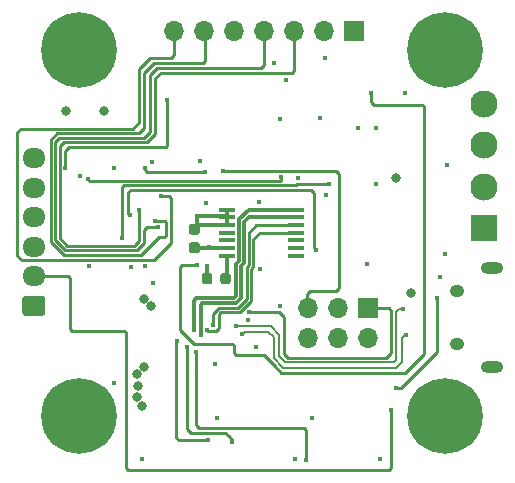
<source format=gbr>
G04 #@! TF.GenerationSoftware,KiCad,Pcbnew,(5.1.7)-1*
G04 #@! TF.CreationDate,2020-12-09T20:39:25+01:00*
G04 #@! TF.ProjectId,Stepper Servo,53746570-7065-4722-9053-6572766f2e6b,v1.0*
G04 #@! TF.SameCoordinates,Original*
G04 #@! TF.FileFunction,Copper,L4,Bot*
G04 #@! TF.FilePolarity,Positive*
%FSLAX46Y46*%
G04 Gerber Fmt 4.6, Leading zero omitted, Abs format (unit mm)*
G04 Created by KiCad (PCBNEW (5.1.7)-1) date 2020-12-09 20:39:25*
%MOMM*%
%LPD*%
G01*
G04 APERTURE LIST*
G04 #@! TA.AperFunction,ComponentPad*
%ADD10O,1.250000X1.050000*%
G04 #@! TD*
G04 #@! TA.AperFunction,ComponentPad*
%ADD11O,1.900000X1.000000*%
G04 #@! TD*
G04 #@! TA.AperFunction,ComponentPad*
%ADD12C,0.800000*%
G04 #@! TD*
G04 #@! TA.AperFunction,ComponentPad*
%ADD13C,6.400000*%
G04 #@! TD*
G04 #@! TA.AperFunction,SMDPad,CuDef*
%ADD14R,1.450000X0.450000*%
G04 #@! TD*
G04 #@! TA.AperFunction,ComponentPad*
%ADD15R,1.700000X1.700000*%
G04 #@! TD*
G04 #@! TA.AperFunction,ComponentPad*
%ADD16O,1.700000X1.700000*%
G04 #@! TD*
G04 #@! TA.AperFunction,ComponentPad*
%ADD17R,2.300000X2.300000*%
G04 #@! TD*
G04 #@! TA.AperFunction,ComponentPad*
%ADD18C,2.300000*%
G04 #@! TD*
G04 #@! TA.AperFunction,ComponentPad*
%ADD19O,1.950000X1.700000*%
G04 #@! TD*
G04 #@! TA.AperFunction,ViaPad*
%ADD20C,0.450000*%
G04 #@! TD*
G04 #@! TA.AperFunction,ViaPad*
%ADD21C,0.800000*%
G04 #@! TD*
G04 #@! TA.AperFunction,Conductor*
%ADD22C,0.300000*%
G04 #@! TD*
G04 #@! TA.AperFunction,Conductor*
%ADD23C,0.250000*%
G04 #@! TD*
G04 #@! TA.AperFunction,Conductor*
%ADD24C,0.200000*%
G04 #@! TD*
G04 APERTURE END LIST*
D10*
X206200000Y-81425000D03*
X206200000Y-76975000D03*
D11*
X209200000Y-83375000D03*
X209200000Y-75025000D03*
D12*
X175897056Y-85802944D03*
X174200000Y-85100000D03*
X172502944Y-85802944D03*
X171800000Y-87500000D03*
X172502944Y-89197056D03*
X174200000Y-89900000D03*
X175897056Y-89197056D03*
X176600000Y-87500000D03*
D13*
X174200000Y-87500000D03*
D12*
X206897056Y-54802944D03*
X205200000Y-54100000D03*
X203502944Y-54802944D03*
X202800000Y-56500000D03*
X203502944Y-58197056D03*
X205200000Y-58900000D03*
X206897056Y-58197056D03*
X207600000Y-56500000D03*
D13*
X205200000Y-56500000D03*
D12*
X206897056Y-85802944D03*
X205200000Y-85100000D03*
X203502944Y-85802944D03*
X202800000Y-87500000D03*
X203502944Y-89197056D03*
X205200000Y-89900000D03*
X206897056Y-89197056D03*
X207600000Y-87500000D03*
D13*
X205200000Y-87500000D03*
D12*
X175897056Y-54802944D03*
X174200000Y-54100000D03*
X172502944Y-54802944D03*
X171800000Y-56500000D03*
X172502944Y-58197056D03*
X174200000Y-58900000D03*
X175897056Y-58197056D03*
X176600000Y-56500000D03*
D13*
X174200000Y-56500000D03*
G04 #@! TA.AperFunction,SMDPad,CuDef*
G36*
G01*
X183750000Y-72825000D02*
X184250000Y-72825000D01*
G75*
G02*
X184475000Y-73050000I0J-225000D01*
G01*
X184475000Y-73500000D01*
G75*
G02*
X184250000Y-73725000I-225000J0D01*
G01*
X183750000Y-73725000D01*
G75*
G02*
X183525000Y-73500000I0J225000D01*
G01*
X183525000Y-73050000D01*
G75*
G02*
X183750000Y-72825000I225000J0D01*
G01*
G37*
G04 #@! TD.AperFunction*
G04 #@! TA.AperFunction,SMDPad,CuDef*
G36*
G01*
X183750000Y-71275000D02*
X184250000Y-71275000D01*
G75*
G02*
X184475000Y-71500000I0J-225000D01*
G01*
X184475000Y-71950000D01*
G75*
G02*
X184250000Y-72175000I-225000J0D01*
G01*
X183750000Y-72175000D01*
G75*
G02*
X183525000Y-71950000I0J225000D01*
G01*
X183525000Y-71500000D01*
G75*
G02*
X183750000Y-71275000I225000J0D01*
G01*
G37*
G04 #@! TD.AperFunction*
G04 #@! TA.AperFunction,SMDPad,CuDef*
G36*
G01*
X187075000Y-75650000D02*
X187075000Y-76150000D01*
G75*
G02*
X186850000Y-76375000I-225000J0D01*
G01*
X186400000Y-76375000D01*
G75*
G02*
X186175000Y-76150000I0J225000D01*
G01*
X186175000Y-75650000D01*
G75*
G02*
X186400000Y-75425000I225000J0D01*
G01*
X186850000Y-75425000D01*
G75*
G02*
X187075000Y-75650000I0J-225000D01*
G01*
G37*
G04 #@! TD.AperFunction*
G04 #@! TA.AperFunction,SMDPad,CuDef*
G36*
G01*
X185525000Y-75650000D02*
X185525000Y-76150000D01*
G75*
G02*
X185300000Y-76375000I-225000J0D01*
G01*
X184850000Y-76375000D01*
G75*
G02*
X184625000Y-76150000I0J225000D01*
G01*
X184625000Y-75650000D01*
G75*
G02*
X184850000Y-75425000I225000J0D01*
G01*
X185300000Y-75425000D01*
G75*
G02*
X185525000Y-75650000I0J-225000D01*
G01*
G37*
G04 #@! TD.AperFunction*
D14*
X186775000Y-73950000D03*
X186775000Y-73300000D03*
X186775000Y-72650000D03*
X186775000Y-72000000D03*
X186775000Y-71350000D03*
X186775000Y-70700000D03*
X186775000Y-70050000D03*
X192625000Y-70050000D03*
X192625000Y-70700000D03*
X192625000Y-71350000D03*
X192625000Y-72000000D03*
X192625000Y-72650000D03*
X192625000Y-73300000D03*
X192625000Y-73950000D03*
D15*
X198700000Y-78400000D03*
D16*
X198700000Y-80940000D03*
X196160000Y-78400000D03*
X196160000Y-80940000D03*
X193620000Y-78400000D03*
X193620000Y-80940000D03*
D17*
X208500000Y-71600000D03*
D18*
X208500000Y-68100000D03*
X208500000Y-64600000D03*
X208500000Y-61100000D03*
D15*
X197500000Y-54900000D03*
D16*
X194960000Y-54900000D03*
X192420000Y-54900000D03*
X189880000Y-54900000D03*
X187340000Y-54900000D03*
X184800000Y-54900000D03*
X182260000Y-54900000D03*
G04 #@! TA.AperFunction,ComponentPad*
G36*
G01*
X171125000Y-79050000D02*
X169675000Y-79050000D01*
G75*
G02*
X169425000Y-78800000I0J250000D01*
G01*
X169425000Y-77600000D01*
G75*
G02*
X169675000Y-77350000I250000J0D01*
G01*
X171125000Y-77350000D01*
G75*
G02*
X171375000Y-77600000I0J-250000D01*
G01*
X171375000Y-78800000D01*
G75*
G02*
X171125000Y-79050000I-250000J0D01*
G01*
G37*
G04 #@! TD.AperFunction*
D19*
X170400000Y-75700000D03*
X170400000Y-73200000D03*
X170400000Y-70700000D03*
X170400000Y-68200000D03*
X170400000Y-65700000D03*
D20*
X179550000Y-91200000D03*
X192550000Y-91200000D03*
X199750000Y-91200000D03*
X204750000Y-75750000D03*
X205200000Y-73850000D03*
X205350000Y-66250000D03*
X194600000Y-62300000D03*
X197850000Y-63100000D03*
X199350000Y-63100000D03*
X199400000Y-67900000D03*
X198650000Y-74650000D03*
X195150000Y-68850000D03*
X192800000Y-67350000D03*
X184200000Y-70600000D03*
X193950000Y-87700000D03*
X185900000Y-87700000D03*
X177150000Y-84750000D03*
X178600000Y-74900000D03*
X179800000Y-74850000D03*
X191250000Y-62400000D03*
X191750000Y-59100000D03*
X201800000Y-60200000D03*
X189200000Y-81650000D03*
X185050000Y-74800000D03*
X189550000Y-75112298D03*
X177850000Y-72450000D03*
X195400000Y-67900000D03*
D21*
X180350000Y-78200000D03*
X179700000Y-77600000D03*
X202300000Y-77150000D03*
X201050000Y-67350000D03*
D20*
X178500000Y-70550000D03*
X194300000Y-73500000D03*
X186450000Y-66800000D03*
X174350000Y-67200000D03*
X177150000Y-66500000D03*
X180400000Y-66050000D03*
X184500000Y-65900000D03*
X195050000Y-57200000D03*
X190750000Y-57600000D03*
D21*
X179550000Y-86700000D03*
X179100000Y-85900000D03*
X179100000Y-84000000D03*
X179750000Y-83400000D03*
X179200000Y-84950000D03*
D20*
X189450000Y-69400000D03*
X184950000Y-69450000D03*
X175100000Y-74850000D03*
X180500000Y-76300000D03*
X191200000Y-78200000D03*
X188550000Y-79400000D03*
X185750000Y-83100000D03*
X185200000Y-73250000D03*
X191350000Y-67300000D03*
X174950000Y-67500000D03*
X204500000Y-77500000D03*
X201050000Y-85150000D03*
X200600000Y-87050000D03*
D21*
X176300000Y-61700000D03*
X173150000Y-61700000D03*
D20*
X183950000Y-80250000D03*
X184550000Y-80650000D03*
X185550000Y-79800000D03*
X185100000Y-80250000D03*
X188600000Y-78700000D03*
X179300000Y-70100000D03*
X180950000Y-71550000D03*
X180650000Y-71050000D03*
X181150000Y-68900000D03*
X173050000Y-66500000D03*
X181650000Y-60750000D03*
X184850000Y-66850000D03*
X179800000Y-66500000D03*
X184200000Y-74750000D03*
X198950000Y-60200000D03*
X187475000Y-79925000D03*
X201650000Y-78500000D03*
X188050000Y-80600000D03*
X201900000Y-80700000D03*
X185150000Y-89600000D03*
X182550000Y-81150000D03*
X183400000Y-81700000D03*
X187200000Y-89750000D03*
X193450000Y-91250000D03*
X184150000Y-82100000D03*
D22*
X184000000Y-71725000D02*
X184000000Y-71500000D01*
X184000000Y-71500000D02*
X184150000Y-71350000D01*
X184150000Y-71350000D02*
X186900000Y-71350000D01*
X186775000Y-70050000D02*
X186775000Y-71325000D01*
X186775000Y-71325000D02*
X186750000Y-71350000D01*
X184200000Y-70600000D02*
X184200000Y-71600000D01*
X184200000Y-71600000D02*
X184150000Y-71650000D01*
X184200000Y-70600000D02*
X186800000Y-70600000D01*
X185075000Y-74825000D02*
X185050000Y-74800000D01*
X185075000Y-75900000D02*
X185075000Y-74825000D01*
D23*
X195400000Y-67900000D02*
X195400000Y-67900000D01*
X192700000Y-67900000D02*
X195400000Y-67900000D01*
X192600000Y-68000000D02*
X192700000Y-67900000D01*
X178000000Y-68000000D02*
X192600000Y-68000000D01*
X177850000Y-68150000D02*
X178000000Y-68000000D01*
X177850000Y-71600000D02*
X177850000Y-68150000D01*
X177850000Y-71600000D02*
X177850000Y-72450000D01*
X194300000Y-73500000D02*
X194300000Y-73500000D01*
X178400000Y-70450000D02*
X178500000Y-70550000D01*
X178400000Y-68600000D02*
X178400000Y-70450000D01*
X178600000Y-68400000D02*
X178400000Y-68600000D01*
X193850000Y-68400000D02*
X178600000Y-68400000D01*
X194100000Y-68650000D02*
X193850000Y-68400000D01*
X194100000Y-73300000D02*
X194100000Y-68650000D01*
X194300000Y-73500000D02*
X194100000Y-73300000D01*
X186450000Y-66800000D02*
X196000000Y-66800000D01*
X196000000Y-66800000D02*
X196200000Y-67000000D01*
X196200000Y-67000000D02*
X196200000Y-76700000D01*
X196200000Y-76700000D02*
X195950000Y-76950000D01*
X195950000Y-76950000D02*
X193750000Y-76950000D01*
X193750000Y-76950000D02*
X193500000Y-77200000D01*
X193500000Y-77200000D02*
X193500000Y-78400000D01*
D22*
X184000000Y-73275000D02*
X186925000Y-73275000D01*
X186725000Y-76000000D02*
X186725000Y-74025000D01*
X186725000Y-74025000D02*
X186750000Y-74000000D01*
D23*
X191350000Y-67300000D02*
X191350000Y-67550000D01*
X191350000Y-67550000D02*
X191300000Y-67600000D01*
X191300000Y-67600000D02*
X175050000Y-67600000D01*
X175050000Y-67600000D02*
X174950000Y-67500000D01*
X174950000Y-67500000D02*
X174950000Y-67500000D01*
X204500000Y-77500000D02*
X204500000Y-82100000D01*
X204500000Y-82100000D02*
X201450000Y-85150000D01*
X201450000Y-85150000D02*
X201050000Y-85150000D01*
X201050000Y-85150000D02*
X201050000Y-85150000D01*
X200600000Y-87050000D02*
X200600000Y-91950000D01*
X200600000Y-91950000D02*
X200450000Y-92100000D01*
X200450000Y-92100000D02*
X178350000Y-92100000D01*
X178350000Y-92100000D02*
X178200000Y-91950000D01*
X178200000Y-91950000D02*
X178200000Y-80450000D01*
X178200000Y-80450000D02*
X178050000Y-80300000D01*
X178050000Y-80300000D02*
X173600000Y-80300000D01*
X173600000Y-80300000D02*
X173450000Y-80150000D01*
X173450000Y-80150000D02*
X173450000Y-75850000D01*
X173450000Y-75850000D02*
X173300000Y-75700000D01*
X173300000Y-75700000D02*
X170400000Y-75700000D01*
D22*
X183950000Y-80250000D02*
X183950000Y-80250000D01*
X183950000Y-77750000D02*
X183950000Y-80250000D01*
X187349999Y-77549997D02*
X184150000Y-77550000D01*
X187549988Y-77350008D02*
X187349999Y-77549997D01*
X187549988Y-74623614D02*
X187549988Y-77350008D01*
X187777001Y-74396601D02*
X187549988Y-74623614D01*
X187777001Y-70872999D02*
X187777001Y-74396601D01*
X188600000Y-70050000D02*
X187777001Y-70872999D01*
X192625000Y-70050000D02*
X188600000Y-70050000D01*
X184150000Y-77550000D02*
X183950000Y-77750000D01*
X184550000Y-80650000D02*
X184550000Y-80650000D01*
X187976999Y-74800487D02*
X187976998Y-77526882D01*
X188204011Y-74573475D02*
X187976999Y-74800487D01*
X187976998Y-77526882D02*
X187526870Y-77977010D01*
X184672990Y-77977010D02*
X184550000Y-78100000D01*
X192625000Y-70700000D02*
X188600000Y-70700000D01*
X188204012Y-71095988D02*
X188204011Y-74573475D01*
X187526870Y-77977010D02*
X184672990Y-77977010D01*
X188600000Y-70700000D02*
X188204012Y-71095988D01*
X184550000Y-78100000D02*
X184550000Y-80650000D01*
D23*
X188422989Y-74923025D02*
X188606021Y-74739992D01*
X186087807Y-78379019D02*
X187693390Y-78379019D01*
X185550000Y-79800000D02*
X185550000Y-78916826D01*
X185550000Y-78916826D02*
X186087807Y-78379019D01*
X188422989Y-77649419D02*
X188422989Y-74923025D01*
X188606021Y-74739992D02*
X188606022Y-71993978D01*
X188606022Y-71993978D02*
X189250000Y-71350000D01*
X189250000Y-71350000D02*
X192700000Y-71350000D01*
X187693390Y-78379019D02*
X188422989Y-77649419D01*
X189550000Y-72000000D02*
X192750000Y-72000000D01*
X188983032Y-72566968D02*
X189550000Y-72000000D01*
X188800000Y-77805582D02*
X188800000Y-75079187D01*
X187849553Y-78756030D02*
X188800000Y-77805582D01*
X186243970Y-78756030D02*
X187849553Y-78756030D01*
X186100000Y-78900000D02*
X186243970Y-78756030D01*
X186100000Y-80050000D02*
X186100000Y-78900000D01*
X185800000Y-80350000D02*
X186100000Y-80050000D01*
X185150000Y-80350000D02*
X185800000Y-80350000D01*
X185100000Y-80300000D02*
X185150000Y-80350000D01*
X188800000Y-75079187D02*
X188983031Y-74896154D01*
X188983031Y-74896154D02*
X188983032Y-72566968D01*
X185100000Y-80250000D02*
X185100000Y-80300000D01*
X200450000Y-78400000D02*
X198700000Y-78400000D01*
X200650000Y-78600000D02*
X200450000Y-78400000D01*
X200650000Y-82200000D02*
X200650000Y-78600000D01*
X200250000Y-82600000D02*
X200650000Y-82200000D01*
X191950000Y-82600000D02*
X200250000Y-82600000D01*
X191600000Y-82250000D02*
X191950000Y-82600000D01*
X191600000Y-79150000D02*
X191600000Y-82250000D01*
X191150000Y-78700000D02*
X191600000Y-79150000D01*
X188600000Y-78700000D02*
X191150000Y-78700000D01*
X179300000Y-70100000D02*
X179300000Y-72750000D01*
X179300000Y-72750000D02*
X179150000Y-72900000D01*
X179150000Y-72900000D02*
X179000000Y-73050000D01*
X179000000Y-73050000D02*
X178950000Y-73100000D01*
X178950000Y-73100000D02*
X173200000Y-73100000D01*
X172572999Y-72472999D02*
X172572999Y-65172999D01*
X173200000Y-73100000D02*
X172572999Y-72472999D01*
X172572999Y-65172999D02*
X172600000Y-65145998D01*
X172600000Y-65145998D02*
X172600000Y-64700000D01*
X172600000Y-64700000D02*
X172950000Y-64350000D01*
X172950000Y-64350000D02*
X177000000Y-64350000D01*
X177000000Y-64350000D02*
X180000000Y-64350000D01*
X180000000Y-64350000D02*
X180700000Y-63650000D01*
X180700000Y-63650000D02*
X180700000Y-60350000D01*
X180700000Y-60350000D02*
X180700000Y-58900000D01*
X180700000Y-58900000D02*
X181150000Y-58450000D01*
X181150000Y-58450000D02*
X192250000Y-58450000D01*
X192250000Y-58450000D02*
X192400000Y-58300000D01*
X192400000Y-58300000D02*
X192400000Y-54900000D01*
X180950000Y-71550000D02*
X179950000Y-71550000D01*
X179950000Y-71550000D02*
X179750000Y-71750000D01*
X179750000Y-71750000D02*
X179750000Y-72900000D01*
X179750000Y-72900000D02*
X179172991Y-73477009D01*
X179172991Y-73477009D02*
X173043837Y-73477009D01*
X173043837Y-73477009D02*
X172195989Y-72629161D01*
X172195989Y-72629161D02*
X172195989Y-64304011D01*
X172195989Y-64304011D02*
X172550000Y-63950000D01*
X172550000Y-63950000D02*
X173750000Y-63950000D01*
X173750000Y-63950000D02*
X179700000Y-63950000D01*
X179700000Y-63950000D02*
X180200000Y-63450000D01*
X180200000Y-63450000D02*
X180200000Y-58650000D01*
X180200000Y-58650000D02*
X180800000Y-58050000D01*
X180800000Y-58050000D02*
X184150000Y-58050000D01*
X184150000Y-58050000D02*
X186500000Y-58050000D01*
X186500000Y-58050000D02*
X189650000Y-58050000D01*
X189650000Y-58050000D02*
X189900000Y-57800000D01*
X189900000Y-57800000D02*
X189900000Y-54900000D01*
X180650000Y-71050000D02*
X181500000Y-71050000D01*
X181500000Y-71050000D02*
X181550000Y-71100000D01*
X181550000Y-71100000D02*
X181550000Y-72250000D01*
X181550000Y-72250000D02*
X181400000Y-72400000D01*
X181400000Y-72400000D02*
X181000000Y-72400000D01*
X181000000Y-72400000D02*
X179500000Y-73900000D01*
X179500000Y-73900000D02*
X178000000Y-73900000D01*
X178000000Y-73900000D02*
X174900000Y-73900000D01*
X172933656Y-73900000D02*
X171818980Y-72785324D01*
X174900000Y-73900000D02*
X172933656Y-73900000D01*
X171818979Y-72785323D02*
X171818979Y-64131021D01*
X171818980Y-72785324D02*
X171818979Y-72785323D01*
X171818979Y-64131021D02*
X172377010Y-63572990D01*
X172377010Y-63572990D02*
X179327010Y-63572990D01*
X179327010Y-63572990D02*
X179750000Y-63150000D01*
X179750000Y-63150000D02*
X179750000Y-58450000D01*
X179750000Y-58450000D02*
X180550000Y-57650000D01*
X180550000Y-57650000D02*
X184700000Y-57650000D01*
X184700000Y-57650000D02*
X184900000Y-57450000D01*
X184900000Y-57450000D02*
X184900000Y-54950000D01*
X181150000Y-68900000D02*
X181850000Y-68900000D01*
X181850000Y-68900000D02*
X182050000Y-69100000D01*
X182050000Y-69100000D02*
X182050000Y-72900000D01*
X182050000Y-72900000D02*
X180600000Y-74350000D01*
X180600000Y-74350000D02*
X169400000Y-74350000D01*
X169400000Y-74350000D02*
X169002010Y-73952010D01*
X169002010Y-73952010D02*
X169002010Y-63497990D01*
X169002010Y-63497990D02*
X169304020Y-63195980D01*
X169304020Y-63195980D02*
X178754020Y-63195980D01*
X178754020Y-63195980D02*
X179300000Y-62650000D01*
X179300000Y-62650000D02*
X179300000Y-61200000D01*
X179300000Y-61200000D02*
X179300000Y-58150000D01*
X179300000Y-58150000D02*
X180200000Y-57250000D01*
X180200000Y-57250000D02*
X181200000Y-57250000D01*
X181200000Y-57250000D02*
X182000000Y-57250000D01*
X182000000Y-57250000D02*
X182250000Y-57000000D01*
X182250000Y-57000000D02*
X182250000Y-54850000D01*
X173050000Y-66500000D02*
X173050000Y-65100000D01*
X173050000Y-65100000D02*
X173400000Y-64750000D01*
X173400000Y-64750000D02*
X181550000Y-64750000D01*
X181550000Y-64750000D02*
X181650000Y-64650000D01*
X181650000Y-64650000D02*
X181650000Y-60750000D01*
X181650000Y-60750000D02*
X181650000Y-60750000D01*
X184850000Y-66850000D02*
X179950000Y-66850000D01*
X179950000Y-66850000D02*
X179800000Y-66700000D01*
X179800000Y-66700000D02*
X179800000Y-66500000D01*
X179800000Y-66500000D02*
X179800000Y-66500000D01*
X184200000Y-74750000D02*
X182950000Y-74750000D01*
X182950000Y-74750000D02*
X182800000Y-74900000D01*
X182800000Y-74900000D02*
X182800000Y-80250000D01*
X182800000Y-80250000D02*
X182950000Y-80400000D01*
X182950000Y-80400000D02*
X183600000Y-81050000D01*
X183600000Y-81050000D02*
X183950000Y-81400000D01*
X183950000Y-81400000D02*
X187200000Y-81400000D01*
X187200000Y-81400000D02*
X187350000Y-81550000D01*
X187350000Y-81550000D02*
X187350000Y-82150000D01*
X187350000Y-82150000D02*
X187550000Y-82350000D01*
X189900000Y-82350000D02*
X189900000Y-82400000D01*
X187550000Y-82350000D02*
X189900000Y-82350000D01*
X189900000Y-82400000D02*
X190800000Y-83300000D01*
X190800000Y-83300000D02*
X191350000Y-83850000D01*
X191350000Y-83850000D02*
X201850000Y-83850000D01*
X201850000Y-83850000D02*
X203400000Y-82300000D01*
X203400000Y-82300000D02*
X203400000Y-61300000D01*
X203400000Y-61300000D02*
X203300000Y-61200000D01*
X203300000Y-61200000D02*
X199200000Y-61200000D01*
X199200000Y-61200000D02*
X198950000Y-60950000D01*
X198950000Y-60950000D02*
X198950000Y-60200000D01*
X198950000Y-60200000D02*
X198950000Y-60200000D01*
D24*
X191175000Y-82456800D02*
X191693200Y-82975000D01*
X191175000Y-80656800D02*
X191175000Y-82456800D01*
X190443200Y-79925000D02*
X191175000Y-80656800D01*
X187475000Y-79925000D02*
X190443200Y-79925000D01*
X191693200Y-82975000D02*
X200906800Y-82975000D01*
X200906800Y-82975000D02*
X201081258Y-82800542D01*
X201081258Y-82800542D02*
X201081258Y-80750542D01*
X201081258Y-80750542D02*
X201081258Y-78718742D01*
X201081258Y-78718742D02*
X201300000Y-78500000D01*
X201300000Y-78500000D02*
X201650000Y-78500000D01*
X201650000Y-78500000D02*
X201650000Y-78500000D01*
X190725000Y-82643200D02*
X191506800Y-83425000D01*
X190725000Y-80843200D02*
X190725000Y-82643200D01*
X190256800Y-80375000D02*
X190725000Y-80843200D01*
X188275000Y-80375000D02*
X190256800Y-80375000D01*
X188050000Y-80600000D02*
X188275000Y-80375000D01*
X191506800Y-83425000D02*
X201093200Y-83425000D01*
X201093200Y-83425000D02*
X201531258Y-82986942D01*
X201531258Y-82986942D02*
X201531258Y-80936942D01*
X201531258Y-80936942D02*
X201632360Y-80835840D01*
X201632360Y-80835840D02*
X201632360Y-80817640D01*
X201632360Y-80817640D02*
X201750000Y-80700000D01*
X201750000Y-80700000D02*
X201900000Y-80700000D01*
X201900000Y-80700000D02*
X201900000Y-80700000D01*
D23*
X185150000Y-89600000D02*
X185150000Y-89600000D01*
X182550000Y-81150000D02*
X182450000Y-81250000D01*
X182450000Y-81250000D02*
X182450000Y-89400000D01*
X182650000Y-89600000D02*
X185150000Y-89600000D01*
X182450000Y-89400000D02*
X182650000Y-89600000D01*
X183400000Y-81700000D02*
X183400000Y-88650000D01*
X183400000Y-88650000D02*
X183700000Y-88950000D01*
X183700000Y-88950000D02*
X186150000Y-88950000D01*
X186150000Y-88950000D02*
X186600000Y-88950000D01*
X186600000Y-88950000D02*
X186900000Y-89250000D01*
X186900000Y-89250000D02*
X187200000Y-89550000D01*
X187200000Y-89550000D02*
X187200000Y-89750000D01*
X187200000Y-89750000D02*
X187200000Y-89750000D01*
X193450000Y-91250000D02*
X193450000Y-91250000D01*
X193250000Y-88550000D02*
X193450000Y-88750000D01*
X193450000Y-88750000D02*
X193450000Y-91250000D01*
X184400000Y-88550000D02*
X193250000Y-88550000D01*
X184150000Y-88300000D02*
X184400000Y-88550000D01*
X184150000Y-82100000D02*
X184150000Y-88300000D01*
M02*

</source>
